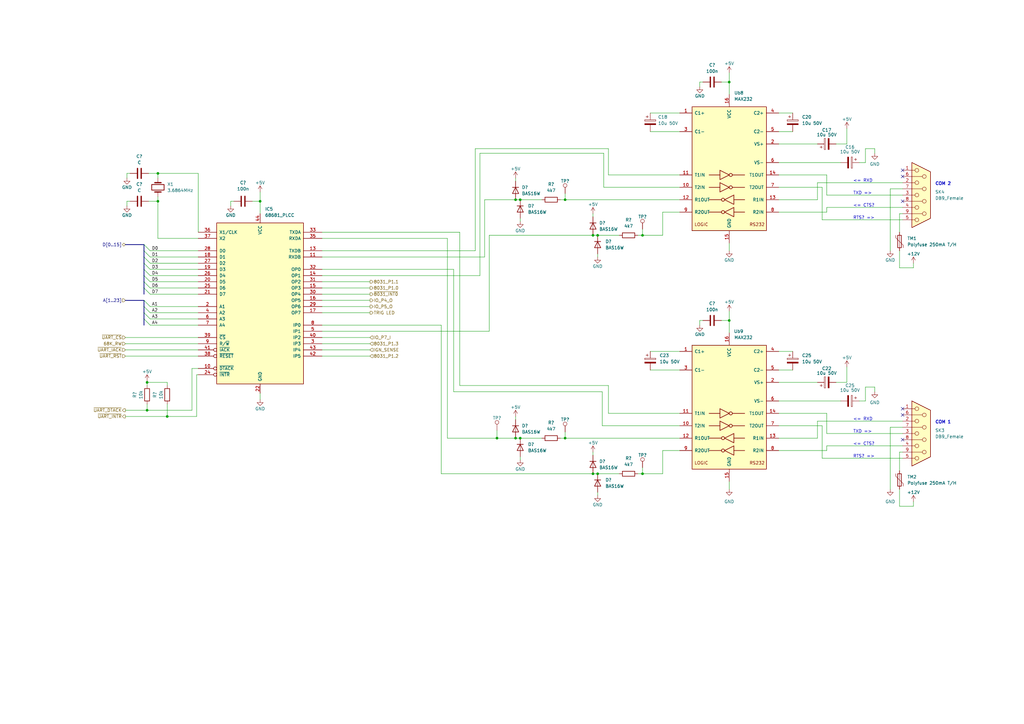
<source format=kicad_sch>
(kicad_sch (version 20211123) (generator eeschema)
  (paper "A3")
  (title_block (title "Datatrak Locator Mk.2 - UART and Serial Ports") (date "2022-06-29") (rev "A"))
  (lib_symbols
    (symbol "Connector:DB9_Female" (pin_names (offset 1.016) hide)
      (property "Reference" "J" (at 0 13.97 0))
      (property "Value" "DB9_Female" (at 0 -14.605 0))
      (symbol "DB9_Female_0_1"
        (circle (center -1.778 -10.16) (radius 0.762))
        (circle (center -1.778 -5.08) (radius 0.762))
        (circle (center -1.778 0) (radius 0.762))
        (circle (center -1.778 5.08) (radius 0.762))
        (circle (center -1.778 10.16) (radius 0.762))
        (polyline (pts (xy -3.81 -10.16) (xy -2.54 -10.16)))
        (polyline (pts (xy -3.81 -7.62) (xy 0.508 -7.62)))
        (polyline (pts (xy -3.81 -5.08) (xy -2.54 -5.08)))
        (polyline (pts (xy -3.81 -2.54) (xy 0.508 -2.54)))
        (polyline (pts (xy -3.81 0) (xy -2.54 0)))
        (polyline (pts (xy -3.81 2.54) (xy 0.508 2.54)))
        (polyline (pts (xy -3.81 5.08) (xy -2.54 5.08)))
        (polyline (pts (xy -3.81 7.62) (xy 0.508 7.62)))
        (polyline (pts (xy -3.81 10.16) (xy -2.54 10.16)))
        (polyline (pts (xy -3.81 13.335) (xy -3.81 -13.335) (xy 3.81 -9.525) (xy 3.81 9.525) (xy -3.81 13.335)) (stroke (width 0.254)) (fill (type background)))
        (circle (center 1.27 -7.62) (radius 0.762))
        (circle (center 1.27 -2.54) (radius 0.762))
        (circle (center 1.27 2.54) (radius 0.762))
        (circle (center 1.27 7.62) (radius 0.762))
      )
      (symbol "DB9_Female_1_1"
        (pin passive line (at -7.62 10.16 0) (length 3.81) (name "1") (number "1"))
        (pin passive line (at -7.62 5.08 0) (length 3.81) (name "2") (number "2"))
        (pin passive line (at -7.62 0 0) (length 3.81) (name "3") (number "3"))
        (pin passive line (at -7.62 -5.08 0) (length 3.81) (name "4") (number "4"))
        (pin passive line (at -7.62 -10.16 0) (length 3.81) (name "5") (number "5"))
        (pin passive line (at -7.62 7.62 0) (length 3.81) (name "6") (number "6"))
        (pin passive line (at -7.62 2.54 0) (length 3.81) (name "7") (number "7"))
        (pin passive line (at -7.62 -2.54 0) (length 3.81) (name "8") (number "8"))
        (pin passive line (at -7.62 -7.62 0) (length 3.81) (name "9") (number "9"))
      )
    )
    (symbol "Connector:TestPoint" (pin_numbers hide) (pin_names (offset 0.762) hide)
      (property "Reference" "TP" (at 0 6.858 0))
      (property "Value" "TestPoint" (at 0 5.08 0))
      (symbol "TestPoint_0_1"
        (circle (center 0 3.302) (radius 0.762))
      )
      (symbol "TestPoint_1_1"
        (pin passive line (at 0 0 90) (length 2.54) (name "1") (number "1"))
      )
    )
    (symbol "Device:C" (pin_numbers hide) (pin_names (offset 0.254))
      (property "Reference" "C" (at 0.635 2.54 0))
      (property "Value" "C" (at 0.635 -2.54 0))
      (symbol "C_0_1"
        (polyline (pts (xy -2.032 -0.762) (xy 2.032 -0.762)) (stroke (width 0.508)))
        (polyline (pts (xy -2.032 0.762) (xy 2.032 0.762)) (stroke (width 0.508)))
      )
      (symbol "C_1_1"
        (pin passive line (at 0 3.81 270) (length 2.794) (name "~") (number "1"))
        (pin passive line (at 0 -3.81 90) (length 2.794) (name "~") (number "2"))
      )
    )
    (symbol "Device:C_Polarized" (pin_numbers hide) (pin_names (offset 0.254))
      (property "Reference" "C" (at 0.635 2.54 0))
      (property "Value" "C_Polarized" (at 0.635 -2.54 0))
      (symbol "C_Polarized_0_1"
        (rectangle (start -2.286 0.508) (end 2.286 1.016))
        (polyline (pts (xy -1.778 2.286) (xy -0.762 2.286)))
        (polyline (pts (xy -1.27 2.794) (xy -1.27 1.778)))
        (rectangle (start 2.286 -0.508) (end -2.286 -1.016) (fill (type outline)))
      )
      (symbol "C_Polarized_1_1"
        (pin passive line (at 0 3.81 270) (length 2.794) (name "~") (number "1"))
        (pin passive line (at 0 -3.81 90) (length 2.794) (name "~") (number "2"))
      )
    )
    (symbol "Device:Crystal" (pin_numbers hide) (pin_names (offset 1.016) hide)
      (property "Reference" "Y" (at 0 3.81 0))
      (property "Value" "Crystal" (at 0 -3.81 0))
      (symbol "Crystal_0_1"
        (rectangle (start -1.143 2.54) (end 1.143 -2.54) (stroke (width 0.3048)))
        (polyline (pts (xy -2.54 0) (xy -1.905 0)))
        (polyline (pts (xy -1.905 -1.27) (xy -1.905 1.27)) (stroke (width 0.508)))
        (polyline (pts (xy 1.905 -1.27) (xy 1.905 1.27)) (stroke (width 0.508)))
        (polyline (pts (xy 2.54 0) (xy 1.905 0)))
      )
      (symbol "Crystal_1_1"
        (pin passive line (at -3.81 0 0) (length 1.27) (name "1") (number "1"))
        (pin passive line (at 3.81 0 180) (length 1.27) (name "2") (number "2"))
      )
    )
    (symbol "Device:Polyfuse" (pin_numbers hide) (pin_names (offset 0))
      (property "Reference" "F" (at -2.54 0 90))
      (property "Value" "Polyfuse" (at 2.54 0 90))
      (symbol "Polyfuse_0_1"
        (rectangle (start -0.762 2.54) (end 0.762 -2.54) (stroke (width 0.254)))
        (polyline (pts (xy 0 2.54) (xy 0 -2.54)))
        (polyline (pts (xy -1.524 2.54) (xy -1.524 1.524) (xy 1.524 -1.524) (xy 1.524 -2.54)))
      )
      (symbol "Polyfuse_1_1"
        (pin passive line (at 0 3.81 270) (length 1.27) (name "~") (number "1"))
        (pin passive line (at 0 -3.81 90) (length 1.27) (name "~") (number "2"))
      )
    )
    (symbol "Device:R" (pin_numbers hide) (pin_names (offset 0))
      (property "Reference" "R" (at 2.032 0 90))
      (property "Value" "R" (at 0 0 90))
      (symbol "R_0_1"
        (rectangle (start -1.016 -2.54) (end 1.016 2.54) (stroke (width 0.254)))
      )
      (symbol "R_1_1"
        (pin passive line (at 0 3.81 270) (length 1.27) (name "~") (number "1"))
        (pin passive line (at 0 -3.81 90) (length 1.27) (name "~") (number "2"))
      )
    )
    (symbol "Diode:BAS16W" (pin_numbers hide) (pin_names hide)
      (property "Reference" "D" (at 0 2.54 0))
      (property "Value" "BAS16W" (at 0 -2.54 0))
      (symbol "BAS16W_0_1"
        (polyline (pts (xy -1.27 1.27) (xy -1.27 -1.27)) (stroke (width 0.254)))
        (polyline (pts (xy 1.27 0) (xy -1.27 0)))
        (polyline (pts (xy 1.27 1.27) (xy 1.27 -1.27) (xy -1.27 0) (xy 1.27 1.27)) (stroke (width 0.254)))
      )
      (symbol "BAS16W_1_1"
        (pin passive line (at 3.81 0 180) (length 2.54) (name "A") (number "1"))
        (pin no_connect line (at -1.27 0 0) (length 2.54) hide (name "NC") (number "2"))
        (pin passive line (at -3.81 0 0) (length 2.54) (name "K") (number "3"))
      )
    )
    (symbol "Interface_UART:MAX232" (pin_names (offset 1.016))
      (property "Reference" "U" (at -2.54 28.575 0))
      (property "Value" "MAX232" (at -2.54 26.67 0))
      (symbol "MAX232_0_0"
        (text "LOGIC" (at -11.43 -22.86 0) (effects (font (size 1.27 1.27))))
        (text "RS232" (at 11.43 -22.86 0) (effects (font (size 1.27 1.27))))
      )
      (symbol "MAX232_0_1"
        (rectangle (start -15.24 -25.4) (end 15.24 25.4) (stroke (width 0.254)) (fill (type background)))
        (circle (center -2.54 -17.78) (radius 0.635) (stroke (width 0.254)))
        (circle (center -2.54 -12.7) (radius 0.635) (stroke (width 0.254)))
        (polyline (pts (xy -3.81 -7.62) (xy -8.255 -7.62)) (stroke (width 0.254)))
        (polyline (pts (xy -3.81 -2.54) (xy -8.255 -2.54)) (stroke (width 0.254)))
        (polyline (pts (xy -3.175 -17.78) (xy -8.255 -17.78)) (stroke (width 0.254)))
        (polyline (pts (xy -3.175 -12.7) (xy -8.255 -12.7)) (stroke (width 0.254)))
        (polyline (pts (xy 1.27 -7.62) (xy 6.35 -7.62)) (stroke (width 0.254)))
        (polyline (pts (xy 1.27 -2.54) (xy 6.35 -2.54)) (stroke (width 0.254)))
        (polyline (pts (xy 1.905 -17.78) (xy 6.35 -17.78)) (stroke (width 0.254)))
        (polyline (pts (xy 1.905 -12.7) (xy 6.35 -12.7)) (stroke (width 0.254)))
        (polyline (pts (xy -3.81 -5.715) (xy -3.81 -9.525) (xy 0 -7.62) (xy -3.81 -5.715)) (stroke (width 0.254)))
        (polyline (pts (xy -3.81 -0.635) (xy -3.81 -4.445) (xy 0 -2.54) (xy -3.81 -0.635)) (stroke (width 0.254)))
        (polyline (pts (xy 1.905 -15.875) (xy 1.905 -19.685) (xy -1.905 -17.78) (xy 1.905 -15.875)) (stroke (width 0.254)))
        (polyline (pts (xy 1.905 -10.795) (xy 1.905 -14.605) (xy -1.905 -12.7) (xy 1.905 -10.795)) (stroke (width 0.254)))
        (circle (center 0.635 -7.62) (radius 0.635) (stroke (width 0.254)))
        (circle (center 0.635 -2.54) (radius 0.635) (stroke (width 0.254)))
      )
      (symbol "MAX232_1_1"
        (pin passive line (at -20.32 22.86 0) (length 5.08) (name "C1+") (number "1"))
        (pin input line (at -20.32 -7.62 0) (length 5.08) (name "T2IN") (number "10"))
        (pin input line (at -20.32 -2.54 0) (length 5.08) (name "T1IN") (number "11"))
        (pin output line (at -20.32 -12.7 0) (length 5.08) (name "R1OUT") (number "12"))
        (pin input line (at 20.32 -12.7 180) (length 5.08) (name "R1IN") (number "13"))
        (pin output line (at 20.32 -2.54 180) (length 5.08) (name "T1OUT") (number "14"))
        (pin power_in line (at 0 -30.48 90) (length 5.08) (name "GND") (number "15"))
        (pin power_in line (at 0 30.48 270) (length 5.08) (name "VCC") (number "16"))
        (pin power_out line (at 20.32 10.16 180) (length 5.08) (name "VS+") (number "2"))
        (pin passive line (at -20.32 15.24 0) (length 5.08) (name "C1-") (number "3"))
        (pin passive line (at 20.32 22.86 180) (length 5.08) (name "C2+") (number "4"))
        (pin passive line (at 20.32 15.24 180) (length 5.08) (name "C2-") (number "5"))
        (pin power_out line (at 20.32 2.54 180) (length 5.08) (name "VS-") (number "6"))
        (pin output line (at 20.32 -7.62 180) (length 5.08) (name "T2OUT") (number "7"))
        (pin input line (at 20.32 -17.78 180) (length 5.08) (name "R2IN") (number "8"))
        (pin output line (at -20.32 -17.78 0) (length 5.08) (name "R2OUT") (number "9"))
      )
    )
    (symbol "LocatorMk2:68681_PLCC" (pin_names (offset 1.016))
      (property "Reference" "U" (at 0 3.81 0))
      (property "Value" "68681_PLCC" (at 0 -2.54 0))
      (symbol "68681_PLCC_0_1"
        (rectangle (start -17.78 -31.75) (end 17.78 34.29) (stroke (width 0.254)) (fill (type background)))
      )
      (symbol "68681_PLCC_1_1"
        (pin open_collector inverted (at -25.4 -25.4 0) (length 7.62) (name "~{DTACK}") (number "10"))
        (pin input line (at 25.4 20.32 180) (length 7.62) (name "RXDB") (number "11"))
        (pin output line (at 25.4 22.86 180) (length 7.62) (name "TXDB") (number "13"))
        (pin output line (at 25.4 12.7 180) (length 7.62) (name "OP1") (number "14"))
        (pin output line (at 25.4 7.62 180) (length 7.62) (name "OP3") (number "15"))
        (pin output line (at 25.4 2.54 180) (length 7.62) (name "OP5") (number "16"))
        (pin output line (at 25.4 -2.54 180) (length 7.62) (name "OP7") (number "17"))
        (pin tri_state line (at -25.4 20.32 0) (length 7.62) (name "D1") (number "18"))
        (pin tri_state line (at -25.4 15.24 0) (length 7.62) (name "D3") (number "19"))
        (pin input line (at -25.4 0 0) (length 7.62) (name "A1") (number "2"))
        (pin tri_state line (at -25.4 10.16 0) (length 7.62) (name "D5") (number "20"))
        (pin tri_state line (at -25.4 5.08 0) (length 7.62) (name "D7") (number "21"))
        (pin power_in line (at 0 -35.56 90) (length 3.81) (name "GND") (number "22"))
        (pin open_collector inverted (at -25.4 -27.94 0) (length 7.62) (name "~{INTR}") (number "24"))
        (pin tri_state line (at -25.4 7.62 0) (length 7.62) (name "D6") (number "25"))
        (pin tri_state line (at -25.4 12.7 0) (length 7.62) (name "D4") (number "26"))
        (pin tri_state line (at -25.4 17.78 0) (length 7.62) (name "D2") (number "27"))
        (pin tri_state line (at -25.4 22.86 0) (length 7.62) (name "D0") (number "28"))
        (pin output line (at 25.4 0 180) (length 7.62) (name "OP6") (number "29"))
        (pin input line (at 25.4 -15.24 180) (length 7.62) (name "IP3") (number "3"))
        (pin output line (at 25.4 5.08 180) (length 7.62) (name "OP4") (number "30"))
        (pin output line (at 25.4 10.16 180) (length 7.62) (name "OP2") (number "31"))
        (pin output line (at 25.4 15.24 180) (length 7.62) (name "OP0") (number "32"))
        (pin output line (at 25.4 30.48 180) (length 7.62) (name "TXDA") (number "33"))
        (pin input line (at 25.4 27.94 180) (length 7.62) (name "RXDA") (number "35"))
        (pin input line (at -25.4 30.48 0) (length 7.62) (name "X1/CLK") (number "36"))
        (pin input line (at -25.4 27.94 0) (length 7.62) (name "X2") (number "37"))
        (pin input inverted (at -25.4 -20.32 0) (length 7.62) (name "~{RESET}") (number "38"))
        (pin input line (at -25.4 -12.7 0) (length 7.62) (name "~{CS}") (number "39"))
        (pin input line (at -25.4 -2.54 0) (length 7.62) (name "A2") (number "4"))
        (pin input line (at 25.4 -12.7 180) (length 7.62) (name "IP2") (number "40"))
        (pin input inverted (at -25.4 -17.78 0) (length 7.62) (name "~{IACK}") (number "41"))
        (pin input line (at 25.4 -20.32 180) (length 7.62) (name "IP5") (number "42"))
        (pin input line (at 25.4 -17.78 180) (length 7.62) (name "IP4") (number "43"))
        (pin power_in line (at 0 38.1 270) (length 3.81) (name "VCC") (number "44"))
        (pin input line (at 25.4 -10.16 180) (length 7.62) (name "IP1") (number "5"))
        (pin input line (at -25.4 -5.08 0) (length 7.62) (name "A3") (number "6"))
        (pin input line (at -25.4 -7.62 0) (length 7.62) (name "A4") (number "7"))
        (pin input line (at 25.4 -7.62 180) (length 7.62) (name "IP0") (number "8"))
        (pin input line (at -25.4 -15.24 0) (length 7.62) (name "R/~{W}") (number "9"))
      )
    )
    (symbol "power:+12V" (power) (pin_names (offset 0))
      (property "Value" "+12V" (at 0 3.556 0))
      (symbol "+12V_0_1"
        (polyline (pts (xy -0.762 1.27) (xy 0 2.54)))
        (polyline (pts (xy 0 0) (xy 0 2.54)))
        (polyline (pts (xy 0 2.54) (xy 0.762 1.27)))
      )
      (symbol "+12V_1_1"
        (pin power_in line (at 0 0 90) (length 0) hide (name "+12V") (number "1"))
      )
    )
    (symbol "power:+5V" (power) (pin_names (offset 0))
      (property "Value" "+5V" (at 0 3.556 0))
      (symbol "+5V_0_1"
        (polyline (pts (xy -0.762 1.27) (xy 0 2.54)))
        (polyline (pts (xy 0 0) (xy 0 2.54)))
        (polyline (pts (xy 0 2.54) (xy 0.762 1.27)))
      )
      (symbol "+5V_1_1"
        (pin power_in line (at 0 0 90) (length 0) hide (name "+5V") (number "1"))
      )
    )
    (symbol "power:GND" (power) (pin_names (offset 0))
      (property "Value" "GND" (at 0 -3.81 0))
      (symbol "GND_0_1"
        (polyline (pts (xy 0 0) (xy 0 -1.27) (xy 1.27 -1.27) (xy 0 -2.54) (xy -1.27 -1.27) (xy 0 -1.27)))
      )
      (symbol "GND_1_1"
        (pin power_in line (at 0 0 270) (length 0) hide (name "GND") (number "1"))
      )
    )
  )
  (junction (at 243.205 194.31))
  (junction (at 213.36 81.915))
  (junction (at 64.77 71.12))
  (junction (at 213.36 179.705))
  (junction (at 211.455 179.705))
  (junction (at 231.775 81.915))
  (junction (at 263.525 194.31))
  (junction (at 203.835 179.705))
  (junction (at 60.325 168.275))
  (junction (at 106.68 82.55))
  (junction (at 68.58 170.815))
  (junction (at 243.205 96.52))
  (junction (at 231.775 179.705))
  (junction (at 60.325 156.845))
  (junction (at 245.11 194.31))
  (junction (at 211.455 81.915))
  (junction (at 263.525 96.52))
  (junction (at 64.77 82.55))
  (junction (at 245.11 96.52))
  (junction (at 299.085 131.445))
  (junction (at 299.085 33.655))
  (no_connect (at 370.205 72.39))
  (no_connect (at 370.205 69.85))
  (no_connect (at 370.205 82.55))
  (no_connect (at 370.205 180.34))
  (no_connect (at 370.205 167.64))
  (no_connect (at 370.205 170.18))
  (bus_entry (at 59.055 128.27) (size 2.54 2.54))
  (bus_entry (at 59.055 123.19) (size 2.54 2.54))
  (bus_entry (at 59.055 130.81) (size 2.54 2.54))
  (bus_entry (at 59.055 102.87) (size 2.54 2.54))
  (bus_entry (at 59.055 113.03) (size 2.54 2.54))
  (bus_entry (at 59.055 105.41) (size 2.54 2.54))
  (bus_entry (at 59.055 118.11) (size 2.54 2.54))
  (bus_entry (at 59.055 115.57) (size 2.54 2.54))
  (bus_entry (at 59.055 100.33) (size 2.54 2.54))
  (bus_entry (at 59.055 107.95) (size 2.54 2.54))
  (bus_entry (at 59.055 125.73) (size 2.54 2.54))
  (bus_entry (at 59.055 110.49) (size 2.54 2.54))
  (wire (pts (xy 339.09 169.545) (xy 339.09 177.8)))
  (wire (pts (xy 319.405 71.755) (xy 339.09 71.755)))
  (wire (pts (xy 78.74 151.13) (xy 78.74 168.275)))
  (wire (pts (xy 94.615 82.55) (xy 95.885 82.55)))
  (wire (pts (xy 211.455 73.025) (xy 211.455 74.295)))
  (wire (pts (xy 106.68 161.29) (xy 106.68 163.83)))
  (wire (pts (xy 52.07 71.12) (xy 53.34 71.12)))
  (wire (pts (xy 243.205 87.63) (xy 243.205 88.9)))
  (wire (pts (xy 243.205 194.31) (xy 245.11 194.31)))
  (wire (pts (xy 339.09 182.88) (xy 339.09 184.785)))
  (wire (pts (xy 52.07 73.025) (xy 52.07 71.12)))
  (wire (pts (xy 271.78 194.31) (xy 271.78 184.785)))
  (wire (pts (xy 368.935 185.42) (xy 370.205 185.42)))
  (wire (pts (xy 132.08 110.49) (xy 186.055 110.49)))
  (wire (pts (xy 365.125 77.47) (xy 365.125 102.87)))
  (wire (pts (xy 132.08 138.43) (xy 151.765 138.43)))
  (wire (pts (xy 103.505 82.55) (xy 106.68 82.55)))
  (bus (pts (xy 59.055 130.81) (xy 59.055 133.35)))
  (bus (pts (xy 59.055 107.95) (xy 59.055 110.49)))
  (wire (pts (xy 64.77 71.12) (xy 81.28 71.12)))
  (wire (pts (xy 132.08 118.11) (xy 151.765 118.11)))
  (wire (pts (xy 319.405 144.145) (xy 325.12 144.145)))
  (wire (pts (xy 319.405 66.675) (xy 344.805 66.675)))
  (wire (pts (xy 81.28 97.79) (xy 64.77 97.79)))
  (wire (pts (xy 180.975 133.35) (xy 180.975 194.31)))
  (bus (pts (xy 59.055 110.49) (xy 59.055 113.03)))
  (wire (pts (xy 374.65 107.95) (xy 374.65 109.855)))
  (wire (pts (xy 319.405 151.765) (xy 325.12 151.765)))
  (wire (pts (xy 287.02 33.655) (xy 288.29 33.655)))
  (wire (pts (xy 186.055 110.49) (xy 186.055 160.655)))
  (wire (pts (xy 61.595 113.03) (xy 81.28 113.03)))
  (wire (pts (xy 335.28 81.915) (xy 335.28 74.93)))
  (wire (pts (xy 339.09 85.09) (xy 339.09 86.995)))
  (wire (pts (xy 354.965 66.675) (xy 354.965 60.96)))
  (wire (pts (xy 287.02 131.445) (xy 288.29 131.445)))
  (wire (pts (xy 247.015 160.655) (xy 247.015 174.625)))
  (wire (pts (xy 68.58 170.815) (xy 80.645 170.815)))
  (bus (pts (xy 59.055 102.87) (xy 59.055 105.41)))
  (wire (pts (xy 61.595 110.49) (xy 81.28 110.49)))
  (wire (pts (xy 61.595 128.27) (xy 81.28 128.27)))
  (wire (pts (xy 61.595 125.73) (xy 81.28 125.73)))
  (wire (pts (xy 194.945 60.96) (xy 194.945 102.87)))
  (bus (pts (xy 59.055 100.33) (xy 59.055 102.87)))
  (wire (pts (xy 60.96 82.55) (xy 64.77 82.55)))
  (wire (pts (xy 319.405 156.845) (xy 335.28 156.845)))
  (wire (pts (xy 61.595 107.95) (xy 81.28 107.95)))
  (wire (pts (xy 358.775 158.75) (xy 358.775 160.655)))
  (wire (pts (xy 78.74 168.275) (xy 60.325 168.275)))
  (bus (pts (xy 59.055 123.19) (xy 59.055 125.73)))
  (wire (pts (xy 60.325 156.21) (xy 60.325 156.845)))
  (wire (pts (xy 106.68 78.74) (xy 106.68 82.55)))
  (wire (pts (xy 245.11 104.14) (xy 245.11 105.41)))
  (wire (pts (xy 368.935 109.855) (xy 368.935 102.87)))
  (wire (pts (xy 132.08 115.57) (xy 151.765 115.57)))
  (wire (pts (xy 263.525 96.52) (xy 271.78 96.52)))
  (wire (pts (xy 51.435 140.97) (xy 81.28 140.97)))
  (wire (pts (xy 249.555 71.755) (xy 249.555 60.96)))
  (wire (pts (xy 249.555 169.545) (xy 249.555 158.115)))
  (wire (pts (xy 132.08 133.35) (xy 180.975 133.35)))
  (wire (pts (xy 245.11 194.31) (xy 254 194.31)))
  (wire (pts (xy 211.455 81.915) (xy 213.36 81.915)))
  (wire (pts (xy 295.91 33.655) (xy 299.085 33.655)))
  (wire (pts (xy 213.36 89.535) (xy 213.36 90.805)))
  (wire (pts (xy 347.345 156.845) (xy 347.345 150.495)))
  (wire (pts (xy 243.205 96.52) (xy 245.11 96.52)))
  (wire (pts (xy 370.205 77.47) (xy 365.125 77.47)))
  (wire (pts (xy 287.02 35.56) (xy 287.02 33.655)))
  (bus (pts (xy 59.055 128.27) (xy 59.055 130.81)))
  (bus (pts (xy 59.055 105.41) (xy 59.055 107.95)))
  (wire (pts (xy 106.68 82.55) (xy 106.68 87.63)))
  (wire (pts (xy 266.7 144.145) (xy 278.765 144.145)))
  (wire (pts (xy 132.08 135.89) (xy 200.66 135.89)))
  (wire (pts (xy 337.185 187.96) (xy 337.185 174.625)))
  (wire (pts (xy 299.085 33.655) (xy 299.085 38.735)))
  (wire (pts (xy 368.935 193.04) (xy 368.935 185.42)))
  (wire (pts (xy 186.055 160.655) (xy 247.015 160.655)))
  (wire (pts (xy 263.525 194.31) (xy 271.78 194.31)))
  (wire (pts (xy 94.615 84.455) (xy 94.615 82.55)))
  (wire (pts (xy 266.7 151.765) (xy 278.765 151.765)))
  (wire (pts (xy 271.78 86.995) (xy 278.765 86.995)))
  (wire (pts (xy 51.435 168.275) (xy 60.325 168.275)))
  (wire (pts (xy 132.08 128.27) (xy 151.765 128.27)))
  (wire (pts (xy 80.645 153.67) (xy 81.28 153.67)))
  (wire (pts (xy 52.07 82.55) (xy 53.34 82.55)))
  (wire (pts (xy 213.36 187.325) (xy 213.36 188.595)))
  (bus (pts (xy 59.055 113.03) (xy 59.055 115.57)))
  (wire (pts (xy 51.435 146.05) (xy 81.28 146.05)))
  (wire (pts (xy 335.28 74.93) (xy 370.205 74.93)))
  (wire (pts (xy 247.65 62.865) (xy 247.65 76.835)))
  (wire (pts (xy 211.455 170.815) (xy 211.455 172.085)))
  (wire (pts (xy 196.85 62.865) (xy 247.65 62.865)))
  (wire (pts (xy 247.65 76.835) (xy 278.765 76.835)))
  (wire (pts (xy 370.205 182.88) (xy 339.09 182.88)))
  (wire (pts (xy 266.7 46.355) (xy 278.765 46.355)))
  (wire (pts (xy 352.425 164.465) (xy 354.965 164.465)))
  (bus (pts (xy 59.055 118.11) (xy 59.055 120.65)))
  (wire (pts (xy 64.77 73.025) (xy 64.77 71.12)))
  (wire (pts (xy 287.02 133.35) (xy 287.02 131.445)))
  (wire (pts (xy 61.595 118.11) (xy 81.28 118.11)))
  (wire (pts (xy 263.525 194.31) (xy 263.525 191.77)))
  (wire (pts (xy 213.36 179.705) (xy 222.25 179.705)))
  (wire (pts (xy 81.28 71.12) (xy 81.28 95.25)))
  (wire (pts (xy 132.08 120.65) (xy 151.765 120.65)))
  (wire (pts (xy 68.58 165.735) (xy 68.58 170.815)))
  (wire (pts (xy 196.85 113.03) (xy 196.85 62.865)))
  (wire (pts (xy 231.775 179.705) (xy 278.765 179.705)))
  (wire (pts (xy 339.09 177.8) (xy 370.205 177.8)))
  (wire (pts (xy 299.085 197.485) (xy 299.085 200.66)))
  (wire (pts (xy 271.78 184.785) (xy 278.765 184.785)))
  (wire (pts (xy 370.205 90.17) (xy 337.185 90.17)))
  (wire (pts (xy 68.58 158.115) (xy 68.58 156.845)))
  (wire (pts (xy 198.755 105.41) (xy 132.08 105.41)))
  (wire (pts (xy 52.07 84.455) (xy 52.07 82.55)))
  (wire (pts (xy 60.96 71.12) (xy 64.77 71.12)))
  (wire (pts (xy 263.525 96.52) (xy 263.525 93.98)))
  (wire (pts (xy 132.08 113.03) (xy 196.85 113.03)))
  (wire (pts (xy 374.65 109.855) (xy 368.935 109.855)))
  (wire (pts (xy 64.77 82.55) (xy 64.77 80.645)))
  (wire (pts (xy 370.205 85.09) (xy 339.09 85.09)))
  (wire (pts (xy 60.325 168.275) (xy 60.325 165.735)))
  (wire (pts (xy 229.87 179.705) (xy 231.775 179.705)))
  (wire (pts (xy 198.755 81.915) (xy 211.455 81.915)))
  (wire (pts (xy 229.87 81.915) (xy 231.775 81.915)))
  (wire (pts (xy 231.775 179.705) (xy 231.775 177.165)))
  (wire (pts (xy 203.835 179.705) (xy 211.455 179.705)))
  (wire (pts (xy 61.595 102.87) (xy 81.28 102.87)))
  (wire (pts (xy 354.965 60.96) (xy 358.775 60.96)))
  (wire (pts (xy 245.11 201.93) (xy 245.11 203.2)))
  (wire (pts (xy 261.62 96.52) (xy 263.525 96.52)))
  (wire (pts (xy 278.765 169.545) (xy 249.555 169.545)))
  (wire (pts (xy 245.11 96.52) (xy 254 96.52)))
  (wire (pts (xy 132.08 123.19) (xy 151.765 123.19)))
  (wire (pts (xy 132.08 97.79) (xy 183.515 97.79)))
  (wire (pts (xy 200.66 96.52) (xy 243.205 96.52)))
  (bus (pts (xy 59.055 125.73) (xy 59.055 128.27)))
  (wire (pts (xy 61.595 105.41) (xy 81.28 105.41)))
  (wire (pts (xy 61.595 115.57) (xy 81.28 115.57)))
  (wire (pts (xy 335.28 172.72) (xy 370.205 172.72)))
  (wire (pts (xy 247.015 174.625) (xy 278.765 174.625)))
  (wire (pts (xy 183.515 97.79) (xy 183.515 179.705)))
  (wire (pts (xy 132.08 146.05) (xy 151.765 146.05)))
  (wire (pts (xy 319.405 81.915) (xy 335.28 81.915)))
  (wire (pts (xy 368.935 207.645) (xy 368.935 200.66)))
  (wire (pts (xy 319.405 164.465) (xy 344.805 164.465)))
  (wire (pts (xy 64.77 82.55) (xy 64.77 97.79)))
  (wire (pts (xy 347.345 59.055) (xy 347.345 52.705)))
  (wire (pts (xy 370.205 187.96) (xy 337.185 187.96)))
  (wire (pts (xy 354.965 158.75) (xy 358.775 158.75)))
  (wire (pts (xy 203.835 176.53) (xy 203.835 179.705)))
  (wire (pts (xy 319.405 169.545) (xy 339.09 169.545)))
  (wire (pts (xy 132.08 102.87) (xy 194.945 102.87)))
  (wire (pts (xy 60.325 156.845) (xy 68.58 156.845)))
  (wire (pts (xy 243.205 185.42) (xy 243.205 186.69)))
  (wire (pts (xy 368.935 87.63) (xy 370.205 87.63)))
  (wire (pts (xy 132.08 140.97) (xy 151.765 140.97)))
  (wire (pts (xy 299.085 131.445) (xy 299.085 136.525)))
  (wire (pts (xy 299.085 29.845) (xy 299.085 33.655)))
  (wire (pts (xy 188.595 158.115) (xy 249.555 158.115)))
  (wire (pts (xy 337.185 90.17) (xy 337.185 76.835)))
  (wire (pts (xy 339.09 71.755) (xy 339.09 80.01)))
  (wire (pts (xy 132.08 143.51) (xy 151.765 143.51)))
  (wire (pts (xy 132.08 125.73) (xy 151.765 125.73)))
  (wire (pts (xy 80.645 153.67) (xy 80.645 170.815)))
  (wire (pts (xy 365.125 175.26) (xy 365.125 200.66)))
  (wire (pts (xy 198.755 81.915) (xy 198.755 105.41)))
  (wire (pts (xy 339.09 80.01) (xy 370.205 80.01)))
  (wire (pts (xy 339.09 86.995) (xy 319.405 86.995)))
  (wire (pts (xy 278.765 71.755) (xy 249.555 71.755)))
  (wire (pts (xy 61.595 130.81) (xy 81.28 130.81)))
  (wire (pts (xy 271.78 96.52) (xy 271.78 86.995)))
  (wire (pts (xy 261.62 194.31) (xy 263.525 194.31)))
  (wire (pts (xy 342.9 156.845) (xy 347.345 156.845)))
  (wire (pts (xy 370.205 175.26) (xy 365.125 175.26)))
  (wire (pts (xy 61.595 133.35) (xy 81.28 133.35)))
  (wire (pts (xy 51.435 138.43) (xy 81.28 138.43)))
  (wire (pts (xy 183.515 179.705) (xy 203.835 179.705)))
  (wire (pts (xy 319.405 53.975) (xy 325.12 53.975)))
  (wire (pts (xy 319.405 179.705) (xy 335.28 179.705)))
  (wire (pts (xy 188.595 95.25) (xy 188.595 158.115)))
  (wire (pts (xy 374.65 207.645) (xy 368.935 207.645)))
  (wire (pts (xy 132.08 95.25) (xy 188.595 95.25)))
  (wire (pts (xy 211.455 179.705) (xy 213.36 179.705)))
  (wire (pts (xy 299.085 127.635) (xy 299.085 131.445)))
  (wire (pts (xy 180.975 194.31) (xy 243.205 194.31)))
  (wire (pts (xy 200.66 135.89) (xy 200.66 96.52)))
  (wire (pts (xy 295.91 131.445) (xy 299.085 131.445)))
  (wire (pts (xy 352.425 66.675) (xy 354.965 66.675)))
  (wire (pts (xy 249.555 60.96) (xy 194.945 60.96)))
  (wire (pts (xy 335.28 179.705) (xy 335.28 172.72)))
  (wire (pts (xy 319.405 46.355) (xy 325.12 46.355)))
  (bus (pts (xy 59.055 115.57) (xy 59.055 118.11)))
  (wire (pts (xy 358.775 60.96) (xy 358.775 62.865)))
  (wire (pts (xy 368.935 95.25) (xy 368.935 87.63)))
  (wire (pts (xy 68.58 170.815) (xy 51.435 170.815)))
  (bus (pts (xy 59.055 123.19) (xy 51.435 123.19)))
  (wire (pts (xy 51.435 143.51) (xy 81.28 143.51)))
  (wire (pts (xy 213.36 81.915) (xy 222.25 81.915)))
  (bus (pts (xy 51.435 100.33) (xy 59.055 100.33)))
  (wire (pts (xy 342.9 59.055) (xy 347.345 59.055)))
  (wire (pts (xy 319.405 59.055) (xy 335.28 59.055)))
  (wire (pts (xy 60.325 156.845) (xy 60.325 158.115)))
  (wire (pts (xy 78.74 151.13) (xy 81.28 151.13)))
  (wire (pts (xy 374.65 205.74) (xy 374.65 207.645)))
  (wire (pts (xy 61.595 120.65) (xy 81.28 120.65)))
  (wire (pts (xy 337.185 76.835) (xy 319.405 76.835)))
  (wire (pts (xy 339.09 184.785) (xy 319.405 184.785)))
  (wire (pts (xy 337.185 174.625) (xy 319.405 174.625)))
  (wire (pts (xy 354.965 164.465) (xy 354.965 158.75)))
  (wire (pts (xy 231.775 81.915) (xy 278.765 81.915)))
  (wire (pts (xy 266.7 53.975) (xy 278.765 53.975)))
  (wire (pts (xy 231.775 81.915) (xy 231.775 79.375)))
  (wire (pts (xy 299.085 99.695) (xy 299.085 102.87)))
  (text "RTS? =>" (at 349.885 90.17 0) (effects (font (size 1.27 1.27)) (justify left bottom)))
  (text "<= RXD" (at 349.885 172.72 0) (effects (font (size 1.27 1.27)) (justify left bottom)))
  (text "COM 2" (at 383.54 76.2 0) (effects (font (size 1.27 1.27) bold) (justify left bottom)))
  (text "<= RXD" (at 349.885 74.93 0) (effects (font (size 1.27 1.27)) (justify left bottom)))
  (text "<= CTS?" (at 349.885 182.88 0) (effects (font (size 1.27 1.27)) (justify left bottom)))
  (text "TXD =>" (at 349.885 177.8 0) (effects (font (size 1.27 1.27)) (justify left bottom)))
  (text "<= CTS?" (at 349.885 85.09 0) (effects (font (size 1.27 1.27)) (justify left bottom)))
  (text "COM 1" (at 383.54 173.99 0) (effects (font (size 1.27 1.27) bold) (justify left bottom)))
  (text "TXD =>" (at 349.885 80.01 0) (effects (font (size 1.27 1.27)) (justify left bottom)))
  (text "RTS? =>" (at 349.885 187.96 0) (effects (font (size 1.27 1.27)) (justify left bottom)))
  (label "A4" (at 62.23 133.35 0))
  (label "D0" (at 62.23 102.87 0))
  (label "A3" (at 62.23 130.81 0))
  (label "D4" (at 62.23 113.03 0))
  (label "D2" (at 62.23 107.95 0))
  (label "D6" (at 62.23 118.11 0))
  (label "A1" (at 62.23 125.73 0))
  (label "D7" (at 62.23 120.65 0))
  (label "D5" (at 62.23 115.57 0))
  (label "A2" (at 62.23 128.27 0))
  (label "D3" (at 62.23 110.49 0))
  (label "D1" (at 62.23 105.41 0))
  (hierarchical_label "D[0..15]" (shape bidirectional) (at 51.435 100.33 180))
  (hierarchical_label "~{UART_RST}" (shape input) (at 51.435 146.05 180))
  (hierarchical_label "~{UART_IACK}" (shape input) (at 51.435 143.51 180))
  (hierarchical_label "~{UART_CS}" (shape input) (at 51.435 138.43 180))
  (hierarchical_label "8031_P1.0" (shape output) (at 151.765 118.11 0))
  (hierarchical_label "IO_P4_O" (shape output) (at 151.765 123.19 0))
  (hierarchical_label "8031_P1.3" (shape input) (at 151.765 140.97 0))
  (hierarchical_label "IO_P5_O" (shape output) (at 151.765 125.73 0))
  (hierarchical_label "68K_RW" (shape input) (at 51.435 140.97 180))
  (hierarchical_label "IO_P7_I" (shape input) (at 151.765 138.43 0))
  (hierarchical_label "~{UART_DTACK}" (shape output) (at 51.435 168.275 180))
  (hierarchical_label "8031_P1.1" (shape output) (at 151.765 115.57 0))
  (hierarchical_label "A[1..23]" (shape input) (at 51.435 123.19 180))
  (hierarchical_label "~{8031_INT0}" (shape output) (at 151.765 120.65 0))
  (hierarchical_label "IGN_SENSE" (shape input) (at 151.765 143.51 0))
  (hierarchical_label "~{UART_INTR}" (shape output) (at 51.435 170.815 180))
  (hierarchical_label "TRIG LED" (shape output) (at 151.765 128.27 0))
  (hierarchical_label "8031_P1.2" (shape input) (at 151.765 146.05 0))
  (symbol (lib_id "Diode:BAS16W") (at 243.205 92.71 270) (unit 1)
    (property "Reference" "D?" (at 245.745 91.4399 90) (effects (justify left)))
    (property "Value" "BAS16W" (at 245.745 93.9799 90) (effects (justify left)))
    (property "Footprint" "Package_TO_SOT_SMD:SOT-323_SC-70" (effects hide))
    (property "Datasheet" "https://assets.nexperia.com/documents/data-sheet/BAS16_SER.pdf" (effects hide))
  )
  (symbol (lib_id "Device:C") (at 99.695 82.55 270) (unit 1)
    (property "Reference" "C?" (at 99.695 74.93 90))
    (property "Value" "100n" (at 99.695 77.47 90))
  )
  (symbol (lib_id "Device:Crystal") (at 64.77 76.835 90) (unit 1)
    (property "Reference" "X1" (at 68.58 75.5649 90) (effects (justify right)))
    (property "Value" "3.6864MHz" (at 68.58 78.1049 90) (effects (justify right)))
  )
  (symbol (lib_id "power:+5V") (at 243.205 185.42 0) (unit 1)
    (property "Reference" "#PWR0209" (effects hide))
    (property "Value" "+5V" (at 243.205 181.61 0))
  )
  (symbol (lib_id "power:GND") (at 299.085 200.66 0) (unit 1)
    (property "Reference" "#PWR0205" (effects hide))
    (property "Value" "GND" (at 299.085 205.74 0))
  )
  (symbol (lib_id "Device:C") (at 57.15 82.55 270) (unit 1)
    (property "Reference" "C?" (at 57.15 75.565 90))
    (property "Value" "C" (at 57.15 78.105 90))
  )
  (symbol (lib_id "power:+5V") (at 211.455 73.025 0) (unit 1)
    (property "Reference" "#PWR0191" (effects hide))
    (property "Value" "+5V" (at 211.455 69.215 0))
  )
  (symbol (lib_id "Device:R") (at 226.06 179.705 90) (unit 1)
    (property "Reference" "R?" (at 226.06 173.355 90))
    (property "Value" "4k7" (at 226.06 175.895 90))
  )
  (symbol (lib_id "power:GND") (at 287.02 133.35 0) (unit 1)
    (property "Reference" "#PWR0201" (effects hide))
    (property "Value" "GND" (at 287.02 137.16 0))
  )
  (symbol (lib_id "power:+5V") (at 60.325 156.21 0) (unit 1)
    (property "Reference" "#PWR0163" (effects hide))
    (property "Value" "+5V" (at 60.325 152.4 0))
  )
  (symbol (lib_id "power:GND") (at 358.775 62.865 0) (unit 1)
    (property "Reference" "#PWR?" (effects hide))
    (property "Value" "GND" (at 358.775 67.31 0))
  )
  (symbol (lib_id "Device:C") (at 57.15 71.12 270) (unit 1)
    (property "Reference" "C?" (at 57.15 64.135 90))
    (property "Value" "C" (at 57.15 66.675 90))
  )
  (symbol (lib_id "Device:R") (at 226.06 81.915 90) (unit 1)
    (property "Reference" "R?" (at 226.06 75.565 90))
    (property "Value" "4k7" (at 226.06 78.105 90))
  )
  (symbol (lib_id "power:GND") (at 245.11 203.2 0) (unit 1)
    (property "Reference" "#PWR0208" (effects hide))
    (property "Value" "GND" (at 245.11 207.01 0))
  )
  (symbol (lib_id "power:GND") (at 106.68 163.83 0) (unit 1)
    (property "Reference" "#PWR0109" (effects hide))
    (property "Value" "GND" (at 106.68 167.64 0))
  )
  (symbol (lib_id "power:+5V") (at 347.345 150.495 0) (unit 1)
    (property "Reference" "#PWR?" (effects hide))
    (property "Value" "+5V" (at 347.345 146.685 0))
  )
  (symbol (lib_id "Connector:DB9_Female") (at 377.825 80.01 0) (unit 1)
    (property "Reference" "SK4" (at 383.54 78.7399 0) (effects (justify left)))
    (property "Value" "DB9_Female" (at 383.54 81.2799 0) (effects (justify left)))
    (property "Datasheet" " ~" (effects hide))
  )
  (symbol (lib_id "power:GND") (at 52.07 84.455 0) (unit 1)
    (property "Reference" "#PWR0193" (effects hide))
    (property "Value" "GND" (at 52.07 88.265 0))
  )
  (symbol (lib_id "power:GND") (at 365.125 200.66 0) (unit 1)
    (property "Reference" "#PWR0206" (effects hide))
    (property "Value" "GND" (at 365.125 205.74 0))
  )
  (symbol (lib_id "Device:C_Polarized") (at 266.7 147.955 0) (unit 1)
    (property "Reference" "C23" (at 270.51 145.7959 0) (effects (justify left)))
    (property "Value" "10u 50V" (at 270.51 148.3359 0) (effects (justify left)))
  )
  (symbol (lib_id "power:GND") (at 245.11 105.41 0) (unit 1)
    (property "Reference" "#PWR0197" (effects hide))
    (property "Value" "GND" (at 245.11 109.22 0))
  )
  (symbol (lib_id "power:+5V") (at 347.345 52.705 0) (unit 1)
    (property "Reference" "#PWR?" (effects hide))
    (property "Value" "+5V" (at 347.345 48.895 0))
  )
  (symbol (lib_id "power:+12V") (at 374.65 205.74 0) (unit 1)
    (property "Reference" "#PWR0212" (effects hide))
    (property "Value" "+12V" (at 374.65 201.93 0))
  )
  (symbol (lib_id "Connector:TestPoint") (at 231.775 79.375 0) (unit 1)
    (property "Reference" "TP?" (at 231.775 74.295 0))
    (property "Value" "TestPoint" (effects hide))
  )
  (symbol (lib_id "Connector:DB9_Female") (at 377.825 177.8 0) (unit 1)
    (property "Reference" "SK3" (at 383.54 176.5299 0) (effects (justify left)))
    (property "Value" "DB9_Female" (at 383.54 179.0699 0) (effects (justify left)))
    (property "Datasheet" " ~" (effects hide))
  )
  (symbol (lib_id "Device:C_Polarized") (at 266.7 50.165 0) (unit 1)
    (property "Reference" "C18" (at 269.875 48.0059 0) (effects (justify left)))
    (property "Value" "10u 50V" (at 269.875 50.5459 0) (effects (justify left)))
  )
  (symbol (lib_id "Interface_UART:MAX232") (at 299.085 69.215 0) (unit 1)
    (property "Reference" "Ub8" (at 301.1044 38.1 0) (effects (justify left)))
    (property "Value" "MAX232" (at 301.1044 40.64 0) (effects (justify left)))
    (property "Datasheet" "http://www.ti.com/lit/ds/symlink/max232.pdf" (effects hide))
  )
  (symbol (lib_id "power:GND") (at 358.775 160.655 0) (unit 1)
    (property "Reference" "#PWR?" (effects hide))
    (property "Value" "GND" (at 358.775 165.1 0))
  )
  (symbol (lib_id "power:+5V") (at 243.205 87.63 0) (unit 1)
    (property "Reference" "#PWR0198" (effects hide))
    (property "Value" "+5V" (at 243.205 83.82 0))
  )
  (symbol (lib_id "power:GND") (at 213.36 90.805 0) (unit 1)
    (property "Reference" "#PWR0199" (effects hide))
    (property "Value" "GND" (at 213.36 94.615 0))
  )
  (symbol (lib_id "Connector:TestPoint") (at 263.525 93.98 0) (unit 1)
    (property "Reference" "TP?" (at 263.525 88.9 0))
    (property "Value" "TestPoint" (effects hide))
  )
  (symbol (lib_id "Interface_UART:MAX232") (at 299.085 167.005 0) (unit 1)
    (property "Reference" "Ub9" (at 300.99 135.89 0) (effects (justify left)))
    (property "Value" "MAX232" (at 301.1044 138.43 0) (effects (justify left)))
    (property "Datasheet" "http://www.ti.com/lit/ds/symlink/max232.pdf" (effects hide))
  )
  (symbol (lib_id "Diode:BAS16W") (at 211.455 175.895 270) (unit 1)
    (property "Reference" "D?" (at 213.995 174.6249 90) (effects (justify left)))
    (property "Value" "BAS16W" (at 213.995 177.1649 90) (effects (justify left)))
    (property "Footprint" "Package_TO_SOT_SMD:SOT-323_SC-70" (effects hide))
    (property "Datasheet" "https://assets.nexperia.com/documents/data-sheet/BAS16_SER.pdf" (effects hide))
  )
  (symbol (lib_id "power:+12V") (at 374.65 107.95 0) (unit 1)
    (property "Reference" "#PWR0211" (effects hide))
    (property "Value" "+12V" (at 374.65 104.14 0))
  )
  (symbol (lib_id "power:GND") (at 52.07 73.025 0) (unit 1)
    (property "Reference" "#PWR0194" (effects hide))
    (property "Value" "GND" (at 52.07 76.835 0))
  )
  (symbol (lib_id "Device:C_Polarized") (at 348.615 164.465 270) (unit 1)
    (property "Reference" "C25" (at 348.615 158.115 90))
    (property "Value" "10u 50V" (at 348.615 160.02 90))
  )
  (symbol (lib_id "Diode:BAS16W") (at 245.11 100.33 270) (unit 1)
    (property "Reference" "D?" (at 248.285 99.0599 90) (effects (justify left)))
    (property "Value" "BAS16W" (at 248.285 101.5999 90) (effects (justify left)))
    (property "Footprint" "Package_TO_SOT_SMD:SOT-323_SC-70" (effects hide))
    (property "Datasheet" "https://assets.nexperia.com/documents/data-sheet/BAS16_SER.pdf" (effects hide))
  )
  (symbol (lib_id "Device:Polyfuse") (at 368.935 99.06 0) (unit 1)
    (property "Reference" "TM1" (at 372.11 97.7899 0) (effects (justify left)))
    (property "Value" "Polyfuse 250mA T/H" (at 372.11 100.3299 0) (effects (justify left)))
  )
  (symbol (lib_id "power:GND") (at 365.125 102.87 0) (unit 1)
    (property "Reference" "#PWR0202" (effects hide))
    (property "Value" "GND" (at 365.125 106.68 0))
  )
  (symbol (lib_id "Device:C") (at 292.1 33.655 270) (unit 1)
    (property "Reference" "C?" (at 292.1 26.67 90))
    (property "Value" "100n" (at 292.1 29.21 90))
  )
  (symbol (lib_id "Device:R") (at 257.81 194.31 90) (unit 1)
    (property "Reference" "R?" (at 257.81 187.96 90))
    (property "Value" "4k7" (at 257.81 190.5 90))
  )
  (symbol (lib_id "power:GND") (at 299.085 102.87 0) (unit 1)
    (property "Reference" "#PWR0200" (effects hide))
    (property "Value" "GND" (at 299.085 106.68 0))
  )
  (symbol (lib_id "Device:C_Polarized") (at 325.12 147.955 0) (unit 1)
    (property "Reference" "C25" (at 328.93 145.7959 0) (effects (justify left)))
    (property "Value" "10u 50V" (at 328.93 148.3359 0) (effects (justify left)))
  )
  (symbol (lib_id "power:GND") (at 287.02 35.56 0) (unit 1)
    (property "Reference" "#PWR0203" (effects hide))
    (property "Value" "GND" (at 287.02 39.37 0))
  )
  (symbol (lib_id "Device:C_Polarized") (at 339.09 59.055 90) (unit 1)
    (property "Reference" "C17" (at 339.09 53.34 90))
    (property "Value" "10u 50V" (at 339.09 55.245 90))
  )
  (symbol (lib_id "Device:C_Polarized") (at 339.09 156.845 90) (unit 1)
    (property "Reference" "C22" (at 339.09 151.13 90))
    (property "Value" "10u 50V" (at 339.09 153.035 90))
  )
  (symbol (lib_id "Connector:TestPoint") (at 263.525 191.77 0) (unit 1)
    (property "Reference" "TP?" (at 263.525 186.69 0))
    (property "Value" "TestPoint" (effects hide))
  )
  (symbol (lib_id "Device:C_Polarized") (at 325.12 50.165 0) (unit 1)
    (property "Reference" "C20" (at 328.93 48.0059 0) (effects (justify left)))
    (property "Value" "10u 50V" (at 328.93 50.5459 0) (effects (justify left)))
  )
  (symbol (lib_id "Device:Polyfuse") (at 368.935 196.85 0) (unit 1)
    (property "Reference" "TM2" (at 372.11 195.5799 0) (effects (justify left)))
    (property "Value" "Polyfuse 250mA T/H" (at 372.11 198.1199 0) (effects (justify left)))
  )
  (symbol (lib_id "Device:R") (at 257.81 96.52 90) (unit 1)
    (property "Reference" "R?" (at 257.81 90.17 90))
    (property "Value" "4k7" (at 257.81 92.71 90))
  )
  (symbol (lib_id "power:+5V") (at 299.085 127.635 0) (unit 1)
    (property "Reference" "#PWR0207" (effects hide))
    (property "Value" "+5V" (at 299.085 123.825 0))
  )
  (symbol (lib_id "Device:R") (at 60.325 161.925 180) (unit 1)
    (property "Reference" "R?" (at 55.245 161.925 90))
    (property "Value" "10k" (at 57.785 161.925 90))
  )
  (symbol (lib_id "power:+5V") (at 106.68 78.74 0) (unit 1)
    (property "Reference" "#PWR0108" (effects hide))
    (property "Value" "+5V" (at 106.68 74.93 0))
  )
  (symbol (lib_id "LocatorMk2:68681_PLCC") (at 106.68 125.73 0) (unit 1)
    (property "Reference" "IC5" (at 108.6994 85.725 0) (effects (justify left)))
    (property "Value" "68681_PLCC" (at 108.6994 88.265 0) (effects (justify left)))
  )
  (symbol (lib_id "power:GND") (at 213.36 188.595 0) (unit 1)
    (property "Reference" "#PWR0195" (effects hide))
    (property "Value" "GND" (at 213.36 192.405 0))
  )
  (symbol (lib_id "power:+5V") (at 299.085 29.845 0) (unit 1)
    (property "Reference" "#PWR0204" (effects hide))
    (property "Value" "+5V" (at 299.085 26.035 0))
  )
  (symbol (lib_id "Device:R") (at 68.58 161.925 180) (unit 1)
    (property "Reference" "R?" (at 63.5 161.925 90))
    (property "Value" "10k" (at 66.04 161.925 90))
  )
  (symbol (lib_id "power:+5V") (at 211.455 170.815 0) (unit 1)
    (property "Reference" "#PWR0196" (effects hide))
    (property "Value" "+5V" (at 211.455 167.005 0))
  )
  (symbol (lib_id "Connector:TestPoint") (at 231.775 177.165 0) (unit 1)
    (property "Reference" "TP?" (at 231.775 172.085 0))
    (property "Value" "TestPoint" (effects hide))
  )
  (symbol (lib_id "Diode:BAS16W") (at 211.455 78.105 270) (unit 1)
    (property "Reference" "D?" (at 213.995 76.8349 90) (effects (justify left)))
    (property "Value" "BAS16W" (at 213.995 79.3749 90) (effects (justify left)))
    (property "Footprint" "Package_TO_SOT_SMD:SOT-323_SC-70" (effects hide))
    (property "Datasheet" "https://assets.nexperia.com/documents/data-sheet/BAS16_SER.pdf" (effects hide))
  )
  (symbol (lib_id "Diode:BAS16W") (at 245.11 198.12 270) (unit 1)
    (property "Reference" "D?" (at 248.285 196.8499 90) (effects (justify left)))
    (property "Value" "BAS16W" (at 248.285 199.3899 90) (effects (justify left)))
    (property "Footprint" "Package_TO_SOT_SMD:SOT-323_SC-70" (effects hide))
    (property "Datasheet" "https://assets.nexperia.com/documents/data-sheet/BAS16_SER.pdf" (effects hide))
  )
  (symbol (lib_id "Diode:BAS16W") (at 213.36 85.725 270) (unit 1)
    (property "Reference" "D?" (at 216.535 84.4549 90) (effects (justify left)))
    (property "Value" "BAS16W" (at 216.535 86.9949 90) (effects (justify left)))
    (property "Footprint" "Package_TO_SOT_SMD:SOT-323_SC-70" (effects hide))
    (property "Datasheet" "https://assets.nexperia.com/documents/data-sheet/BAS16_SER.pdf" (effects hide))
  )
  (symbol (lib_id "Diode:BAS16W") (at 243.205 190.5 270) (unit 1)
    (property "Reference" "D?" (at 245.745 189.2299 90) (effects (justify left)))
    (property "Value" "BAS16W" (at 245.745 191.7699 90) (effects (justify left)))
    (property "Footprint" "Package_TO_SOT_SMD:SOT-323_SC-70" (effects hide))
    (property "Datasheet" "https://assets.nexperia.com/documents/data-sheet/BAS16_SER.pdf" (effects hide))
  )
  (symbol (lib_id "Device:C_Polarized") (at 348.615 66.675 270) (unit 1)
    (property "Reference" "C16" (at 348.615 60.325 90))
    (property "Value" "10u 50V" (at 348.615 62.23 90))
  )
  (symbol (lib_id "Diode:BAS16W") (at 213.36 183.515 270) (unit 1)
    (property "Reference" "D?" (at 216.535 182.2449 90) (effects (justify left)))
    (property "Value" "BAS16W" (at 216.535 184.7849 90) (effects (justify left)))
    (property "Footprint" "Package_TO_SOT_SMD:SOT-323_SC-70" (effects hide))
    (property "Datasheet" "https://assets.nexperia.com/documents/data-sheet/BAS16_SER.pdf" (effects hide))
  )
  (symbol (lib_id "Connector:TestPoint") (at 203.835 176.53 0) (unit 1)
    (property "Reference" "TP?" (at 203.835 171.45 0))
    (property "Value" "TestPoint" (effects hide))
  )
  (symbol (lib_id "Device:C") (at 292.1 131.445 270) (unit 1)
    (property "Reference" "C?" (at 292.1 124.46 90))
    (property "Value" "100n" (at 292.1 127 90))
  )
  (symbol (lib_id "power:GND") (at 94.615 84.455 0) (unit 1)
    (property "Reference" "#PWR0192" (effects hide))
    (property "Value" "GND" (at 94.615 88.265 0))
  )
)
</source>
